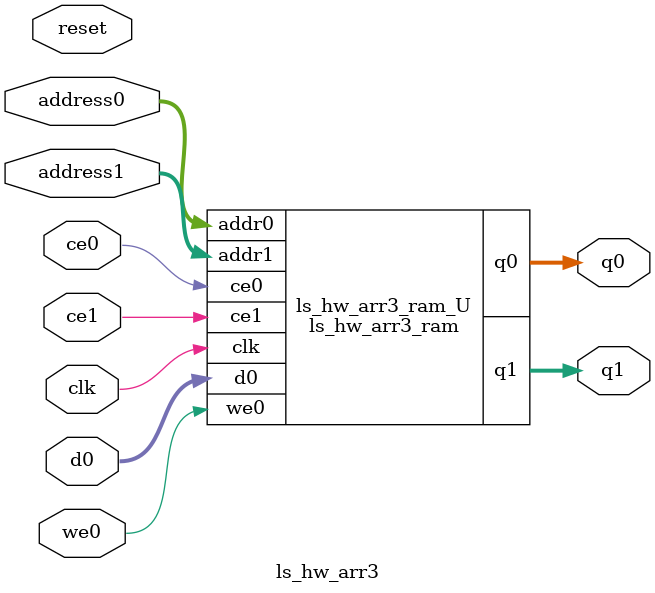
<source format=v>
`timescale 1 ns / 1 ps
module ls_hw_arr3_ram (addr0, ce0, d0, we0, q0, addr1, ce1, q1,  clk);

parameter DWIDTH = 7;
parameter AWIDTH = 5;
parameter MEM_SIZE = 32;

input[AWIDTH-1:0] addr0;
input ce0;
input[DWIDTH-1:0] d0;
input we0;
output reg[DWIDTH-1:0] q0;
input[AWIDTH-1:0] addr1;
input ce1;
output reg[DWIDTH-1:0] q1;
input clk;

(* ram_style = "distributed" *)reg [DWIDTH-1:0] ram[0:MEM_SIZE-1];




always @(posedge clk)  
begin 
    if (ce0) 
    begin
        if (we0) 
        begin 
            ram[addr0] <= d0; 
        end 
        q0 <= ram[addr0];
    end
end


always @(posedge clk)  
begin 
    if (ce1) 
    begin
        q1 <= ram[addr1];
    end
end


endmodule

`timescale 1 ns / 1 ps
module ls_hw_arr3(
    reset,
    clk,
    address0,
    ce0,
    we0,
    d0,
    q0,
    address1,
    ce1,
    q1);

parameter DataWidth = 32'd7;
parameter AddressRange = 32'd32;
parameter AddressWidth = 32'd5;
input reset;
input clk;
input[AddressWidth - 1:0] address0;
input ce0;
input we0;
input[DataWidth - 1:0] d0;
output[DataWidth - 1:0] q0;
input[AddressWidth - 1:0] address1;
input ce1;
output[DataWidth - 1:0] q1;



ls_hw_arr3_ram ls_hw_arr3_ram_U(
    .clk( clk ),
    .addr0( address0 ),
    .ce0( ce0 ),
    .we0( we0 ),
    .d0( d0 ),
    .q0( q0 ),
    .addr1( address1 ),
    .ce1( ce1 ),
    .q1( q1 ));

endmodule


</source>
